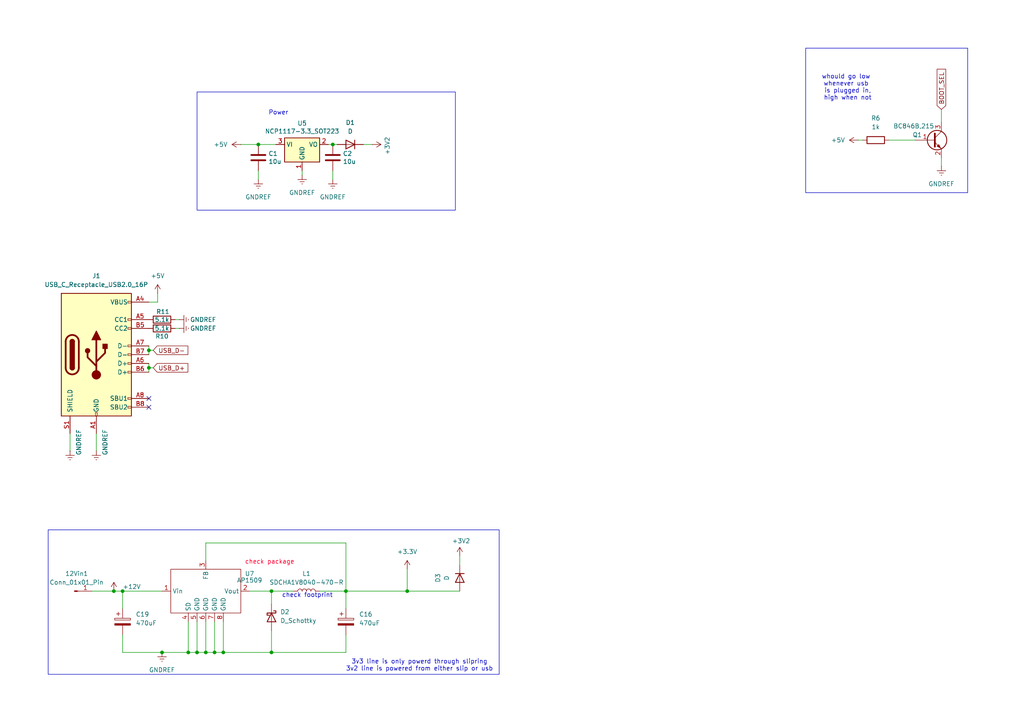
<source format=kicad_sch>
(kicad_sch (version 20231120) (generator "eeschema") (generator_version "8.0")
  (paper "A4")
  (lib_symbols
    (symbol "Connector:Conn_01x01_Pin" (pin_names (offset 1.016) hide)
      (property "Reference" "J" (at 0 2.54 0))
      (property "Value" "Conn_01x01_Pin" (at 0 -2.54 0))
      (symbol "Conn_01x01_Pin_1_1"
        (polyline (pts (xy 1.27 0) (xy 0.8636 0)) (stroke (width 0.1524)))
        (rectangle (start 0.8636 0.127) (end 0 -0.127) (stroke (width 0.1524)) (fill (type outline)))
        (pin passive line (at 5.08 0 180) (length 3.81) (name "Pin_1") (number "1"))
      )
    )
    (symbol "Connector:USB_C_Receptacle_USB2.0_16P" (pin_names (offset 1.016))
      (property "Reference" "J" (at 0 22.225 0))
      (property "Value" "USB_C_Receptacle_USB2.0_16P" (at 0 19.685 0))
      (symbol "USB_C_Receptacle_USB2.0_16P_0_0"
        (rectangle (start -0.254 -17.78) (end 0.254 -16.764))
        (rectangle (start 10.16 -14.986) (end 9.144 -15.494))
        (rectangle (start 10.16 -12.446) (end 9.144 -12.954))
        (rectangle (start 10.16 -4.826) (end 9.144 -5.334))
        (rectangle (start 10.16 -2.286) (end 9.144 -2.794))
        (rectangle (start 10.16 0.254) (end 9.144 -0.254))
        (rectangle (start 10.16 2.794) (end 9.144 2.286))
        (rectangle (start 10.16 7.874) (end 9.144 7.366))
        (rectangle (start 10.16 10.414) (end 9.144 9.906))
        (rectangle (start 10.16 15.494) (end 9.144 14.986))
      )
      (symbol "USB_C_Receptacle_USB2.0_16P_0_1"
        (rectangle (start -10.16 17.78) (end 10.16 -17.78) (stroke (width 0.254)) (fill (type background)))
        (arc (start -8.89 -3.81) (mid -6.985 -5.7067) (end -5.08 -3.81) (stroke (width 0.508)))
        (arc (start -7.62 -3.81) (mid -6.985 -4.4423) (end -6.35 -3.81) (stroke (width 0.254)))
        (arc (start -7.62 -3.81) (mid -6.985 -4.4423) (end -6.35 -3.81) (stroke (width 0.254)) (fill (type outline)))
        (rectangle (start -7.62 -3.81) (end -6.35 3.81) (stroke (width 0.254)) (fill (type outline)))
        (arc (start -6.35 3.81) (mid -6.985 4.4423) (end -7.62 3.81) (stroke (width 0.254)))
        (arc (start -6.35 3.81) (mid -6.985 4.4423) (end -7.62 3.81) (stroke (width 0.254)) (fill (type outline)))
        (arc (start -5.08 3.81) (mid -6.985 5.7067) (end -8.89 3.81) (stroke (width 0.508)))
        (circle (center -2.54 1.143) (radius 0.635) (stroke (width 0.254)) (fill (type outline)))
        (circle (center 0 -5.842) (radius 1.27) (fill (type outline)))
        (polyline (pts (xy -8.89 -3.81) (xy -8.89 3.81)) (stroke (width 0.508)))
        (polyline (pts (xy -5.08 3.81) (xy -5.08 -3.81)) (stroke (width 0.508)))
        (polyline (pts (xy 0 -5.842) (xy 0 4.318)) (stroke (width 0.508)))
        (polyline (pts (xy 0 -3.302) (xy -2.54 -0.762) (xy -2.54 0.508)) (stroke (width 0.508)))
        (polyline (pts (xy 0 -2.032) (xy 2.54 0.508) (xy 2.54 1.778)) (stroke (width 0.508)))
        (polyline (pts (xy -1.27 4.318) (xy 0 6.858) (xy 1.27 4.318) (xy -1.27 4.318)) (stroke (width 0.254)) (fill (type outline)))
        (rectangle (start 1.905 1.778) (end 3.175 3.048) (stroke (width 0.254)) (fill (type outline)))
      )
      (symbol "USB_C_Receptacle_USB2.0_16P_1_1"
        (pin passive line (at 0 -22.86 90) (length 5.08) (name "GND") (number "A1"))
        (pin passive line (at 0 -22.86 90) (length 5.08) hide (name "GND") (number "A12"))
        (pin passive line (at 15.24 15.24 180) (length 5.08) (name "VBUS") (number "A4"))
        (pin bidirectional line (at 15.24 10.16 180) (length 5.08) (name "CC1") (number "A5"))
        (pin bidirectional line (at 15.24 -2.54 180) (length 5.08) (name "D+") (number "A6"))
        (pin bidirectional line (at 15.24 2.54 180) (length 5.08) (name "D-") (number "A7"))
        (pin bidirectional line (at 15.24 -12.7 180) (length 5.08) (name "SBU1") (number "A8"))
        (pin passive line (at 15.24 15.24 180) (length 5.08) hide (name "VBUS") (number "A9"))
        (pin passive line (at 0 -22.86 90) (length 5.08) hide (name "GND") (number "B1"))
        (pin passive line (at 0 -22.86 90) (length 5.08) hide (name "GND") (number "B12"))
        (pin passive line (at 15.24 15.24 180) (length 5.08) hide (name "VBUS") (number "B4"))
        (pin bidirectional line (at 15.24 7.62 180) (length 5.08) (name "CC2") (number "B5"))
        (pin bidirectional line (at 15.24 -5.08 180) (length 5.08) (name "D+") (number "B6"))
        (pin bidirectional line (at 15.24 0 180) (length 5.08) (name "D-") (number "B7"))
        (pin bidirectional line (at 15.24 -15.24 180) (length 5.08) (name "SBU2") (number "B8"))
        (pin passive line (at 15.24 15.24 180) (length 5.08) hide (name "VBUS") (number "B9"))
        (pin passive line (at -7.62 -22.86 90) (length 5.08) (name "SHIELD") (number "S1"))
      )
    )
    (symbol "Device:C" (pin_numbers hide) (pin_names (offset 0.254))
      (property "Reference" "C" (at 0.635 2.54 0))
      (property "Value" "C" (at 0.635 -2.54 0))
      (symbol "C_0_1"
        (polyline (pts (xy -2.032 -0.762) (xy 2.032 -0.762)) (stroke (width 0.508)))
        (polyline (pts (xy -2.032 0.762) (xy 2.032 0.762)) (stroke (width 0.508)))
      )
      (symbol "C_1_1"
        (pin passive line (at 0 3.81 270) (length 2.794) (name "~") (number "1"))
        (pin passive line (at 0 -3.81 90) (length 2.794) (name "~") (number "2"))
      )
    )
    (symbol "Device:C_Polarized" (pin_numbers hide) (pin_names (offset 0.254))
      (property "Reference" "C" (at 0.635 2.54 0))
      (property "Value" "C_Polarized" (at 0.635 -2.54 0))
      (symbol "C_Polarized_0_1"
        (rectangle (start -2.286 0.508) (end 2.286 1.016))
        (polyline (pts (xy -1.778 2.286) (xy -0.762 2.286)))
        (polyline (pts (xy -1.27 2.794) (xy -1.27 1.778)))
        (rectangle (start 2.286 -0.508) (end -2.286 -1.016) (fill (type outline)))
      )
      (symbol "C_Polarized_1_1"
        (pin passive line (at 0 3.81 270) (length 2.794) (name "~") (number "1"))
        (pin passive line (at 0 -3.81 90) (length 2.794) (name "~") (number "2"))
      )
    )
    (symbol "Device:D" (pin_numbers hide) (pin_names (offset 1.016) hide)
      (property "Reference" "D" (at 0 2.54 0))
      (property "Value" "D" (at 0 -2.54 0))
      (symbol "D_0_1"
        (polyline (pts (xy -1.27 1.27) (xy -1.27 -1.27)) (stroke (width 0.254)))
        (polyline (pts (xy 1.27 0) (xy -1.27 0)))
        (polyline (pts (xy 1.27 1.27) (xy 1.27 -1.27) (xy -1.27 0) (xy 1.27 1.27)) (stroke (width 0.254)))
      )
      (symbol "D_1_1"
        (pin passive line (at -3.81 0 0) (length 2.54) (name "K") (number "1"))
        (pin passive line (at 3.81 0 180) (length 2.54) (name "A") (number "2"))
      )
    )
    (symbol "Device:D_Schottky" (pin_numbers hide) (pin_names (offset 1.016) hide)
      (property "Reference" "D" (at 0 2.54 0))
      (property "Value" "D_Schottky" (at 0 -2.54 0))
      (symbol "D_Schottky_0_1"
        (polyline (pts (xy 1.27 0) (xy -1.27 0)))
        (polyline (pts (xy 1.27 1.27) (xy 1.27 -1.27) (xy -1.27 0) (xy 1.27 1.27)) (stroke (width 0.254)))
        (polyline (pts (xy -1.905 0.635) (xy -1.905 1.27) (xy -1.27 1.27) (xy -1.27 -1.27) (xy -0.635 -1.27) (xy -0.635 -0.635)) (stroke (width 0.254)))
      )
      (symbol "D_Schottky_1_1"
        (pin passive line (at -3.81 0 0) (length 2.54) (name "K") (number "1"))
        (pin passive line (at 3.81 0 180) (length 2.54) (name "A") (number "2"))
      )
    )
    (symbol "Device:L" (pin_numbers hide) (pin_names (offset 1.016) hide)
      (property "Reference" "L" (at -1.27 0 90))
      (property "Value" "L" (at 1.905 0 90))
      (symbol "L_0_1"
        (arc (start 0 -2.54) (mid 0.6323 -1.905) (end 0 -1.27))
        (arc (start 0 -1.27) (mid 0.6323 -0.635) (end 0 0))
        (arc (start 0 0) (mid 0.6323 0.635) (end 0 1.27))
        (arc (start 0 1.27) (mid 0.6323 1.905) (end 0 2.54))
      )
      (symbol "L_1_1"
        (pin passive line (at 0 3.81 270) (length 1.27) (name "1") (number "1"))
        (pin passive line (at 0 -3.81 90) (length 1.27) (name "2") (number "2"))
      )
    )
    (symbol "Device:R" (pin_numbers hide) (pin_names (offset 0))
      (property "Reference" "R" (at 2.032 0 90))
      (property "Value" "R" (at 0 0 90))
      (symbol "R_0_1"
        (rectangle (start -1.016 -2.54) (end 1.016 2.54) (stroke (width 0.254)))
      )
      (symbol "R_1_1"
        (pin passive line (at 0 3.81 270) (length 1.27) (name "~") (number "1"))
        (pin passive line (at 0 -3.81 90) (length 1.27) (name "~") (number "2"))
      )
    )
    (symbol "Regulator_Linear:NCP1117-3.3_SOT223"
      (property "Reference" "U" (at -3.81 3.175 0))
      (property "Value" "NCP1117-3.3_SOT223" (at 0 3.175 0))
      (symbol "NCP1117-3.3_SOT223_0_1"
        (rectangle (start -5.08 -5.08) (end 5.08 1.905) (stroke (width 0.254)) (fill (type background)))
      )
      (symbol "NCP1117-3.3_SOT223_1_1"
        (pin power_in line (at 0 -7.62 90) (length 2.54) (name "GND") (number "1"))
        (pin power_out line (at 7.62 0 180) (length 2.54) (name "VO") (number "2"))
        (pin power_in line (at -7.62 0 0) (length 2.54) (name "VI") (number "3"))
      )
    )
    (symbol "Regulator_Switching:AP1509"
      (property "Reference" "U7" (at 22.86 -1.3014 0))
      (property "Value" "~" (at 22.86 -3.2065 0))
      (symbol "AP1509_0_1"
        (rectangle (start 0 0) (end 20.32 -12.7))
      )
      (symbol "AP1509_1_1"
        (pin power_in line (at -2.54 -6.35 0) (length 2.54) (name "Vin") (number "1"))
        (pin power_out line (at 22.86 -6.35 180) (length 2.54) (name "Vout") (number "2"))
        (pin input line (at 10.16 2.54 270) (length 2.54) (name "FB") (number "3"))
        (pin input line (at 5.08 -15.24 90) (length 2.54) (name "SD") (number "4"))
        (pin power_out line (at 7.62 -15.24 90) (length 2.54) (name "GND") (number "5"))
        (pin power_out line (at 10.16 -15.24 90) (length 2.54) (name "GND") (number "6"))
        (pin power_out line (at 12.7 -15.24 90) (length 2.54) (name "GND") (number "7"))
        (pin power_out line (at 15.24 -15.24 90) (length 2.54) (name "GND") (number "8"))
      )
    )
    (symbol "Transistor_BJT:2SC4213" (pin_names (offset 0) hide)
      (property "Reference" "Q" (at 5.08 1.905 0))
      (property "Value" "2SC4213" (at 5.08 0 0))
      (symbol "2SC4213_0_1"
        (polyline (pts (xy 0.635 0.635) (xy 2.54 2.54)))
        (polyline (pts (xy 0.635 -0.635) (xy 2.54 -2.54) (xy 2.54 -2.54)))
        (polyline (pts (xy 0.635 1.905) (xy 0.635 -1.905) (xy 0.635 -1.905)) (stroke (width 0.508)))
        (polyline (pts (xy 1.27 -1.778) (xy 1.778 -1.27) (xy 2.286 -2.286) (xy 1.27 -1.778) (xy 1.27 -1.778)) (fill (type outline)))
        (circle (center 1.27 0) (radius 2.8194) (stroke (width 0.254)))
      )
      (symbol "2SC4213_1_1"
        (pin input line (at -5.08 0 0) (length 5.715) (name "B") (number "1"))
        (pin passive line (at 2.54 -5.08 90) (length 2.54) (name "E") (number "2"))
        (pin passive line (at 2.54 5.08 270) (length 2.54) (name "C") (number "3"))
      )
    )
    (symbol "power:+12V" (power) (pin_numbers hide) (pin_names (offset 0) hide)
      (property "Value" "+12V" (at 0 3.556 0))
      (symbol "+12V_0_1"
        (polyline (pts (xy -0.762 1.27) (xy 0 2.54)))
        (polyline (pts (xy 0 0) (xy 0 2.54)))
        (polyline (pts (xy 0 2.54) (xy 0.762 1.27)))
      )
      (symbol "+12V_1_1"
        (pin power_in line (at 0 0 90) (length 0) (name "~") (number "1"))
      )
    )
    (symbol "power:+3.3V" (power) (pin_numbers hide) (pin_names (offset 0) hide)
      (property "Value" "+3.3V" (at 0 3.556 0))
      (symbol "+3.3V_0_1"
        (polyline (pts (xy -0.762 1.27) (xy 0 2.54)))
        (polyline (pts (xy 0 0) (xy 0 2.54)))
        (polyline (pts (xy 0 2.54) (xy 0.762 1.27)))
      )
      (symbol "+3.3V_1_1"
        (pin power_in line (at 0 0 90) (length 0) (name "~") (number "1"))
      )
    )
    (symbol "power:+3V3" (power) (pin_numbers hide) (pin_names (offset 0) hide)
      (property "Value" "+3V3" (at 0 3.556 0))
      (symbol "+3V3_0_1"
        (polyline (pts (xy -0.762 1.27) (xy 0 2.54)))
        (polyline (pts (xy 0 0) (xy 0 2.54)))
        (polyline (pts (xy 0 2.54) (xy 0.762 1.27)))
      )
      (symbol "+3V3_1_1"
        (pin power_in line (at 0 0 90) (length 0) (name "~") (number "1"))
      )
    )
    (symbol "power:+5V" (power) (pin_numbers hide) (pin_names (offset 0) hide)
      (property "Value" "+5V" (at 0 3.556 0))
      (symbol "+5V_0_1"
        (polyline (pts (xy -0.762 1.27) (xy 0 2.54)))
        (polyline (pts (xy 0 0) (xy 0 2.54)))
        (polyline (pts (xy 0 2.54) (xy 0.762 1.27)))
      )
      (symbol "+5V_1_1"
        (pin power_in line (at 0 0 90) (length 0) (name "~") (number "1"))
      )
    )
    (symbol "power:GNDREF" (power) (pin_numbers hide) (pin_names (offset 0) hide)
      (property "Value" "GNDREF" (at 0 -3.81 0))
      (symbol "GNDREF_0_1"
        (polyline (pts (xy -0.635 -1.905) (xy 0.635 -1.905)))
        (polyline (pts (xy -0.127 -2.54) (xy 0.127 -2.54)))
        (polyline (pts (xy 0 -1.27) (xy 0 0)))
        (polyline (pts (xy 1.27 -1.27) (xy -1.27 -1.27)))
      )
      (symbol "GNDREF_1_1"
        (pin power_in line (at 0 0 270) (length 0) (name "~") (number "1"))
      )
    )
  )
  (junction (at 43.18 106.68))
  (junction (at 64.77 189.23))
  (junction (at 46.99 189.23))
  (junction (at 96.52 41.91))
  (junction (at 74.93 41.91))
  (junction (at 118.11 171.45))
  (junction (at 78.74 171.45))
  (junction (at 33.02 171.45))
  (junction (at 59.69 189.23))
  (junction (at 54.61 189.23))
  (junction (at 57.15 189.23))
  (junction (at 100.33 171.45))
  (junction (at 78.74 189.23))
  (junction (at 43.18 101.6))
  (junction (at 62.23 189.23))
  (junction (at 35.56 171.45))
  (no_connect (at 43.18 115.57))
  (no_connect (at 43.18 118.11))
  (wire (pts (xy 96.52 49.53) (xy 96.52 52.07)))
  (wire (pts (xy 35.56 171.45) (xy 35.56 176.53)))
  (wire (pts (xy 35.56 189.23) (xy 46.99 189.23)))
  (wire (pts (xy 35.56 171.45) (xy 46.99 171.45)))
  (wire (pts (xy 100.33 184.15) (xy 100.33 189.23)))
  (wire (pts (xy 59.69 189.23) (xy 62.23 189.23)))
  (wire (pts (xy 50.8 92.71) (xy 52.07 92.71)))
  (wire (pts (xy 43.18 105.41) (xy 43.18 106.68)))
  (wire (pts (xy 107.95 41.91) (xy 105.41 41.91)))
  (wire (pts (xy 100.33 189.23) (xy 78.74 189.23)))
  (wire (pts (xy 78.74 171.45) (xy 78.74 175.26)))
  (wire (pts (xy 100.33 171.45) (xy 92.71 171.45)))
  (wire (pts (xy 54.61 189.23) (xy 57.15 189.23)))
  (wire (pts (xy 27.94 125.73) (xy 27.94 130.81)))
  (wire (pts (xy 33.02 171.45) (xy 35.56 171.45)))
  (wire (pts (xy 95.25 41.91) (xy 96.52 41.91)))
  (wire (pts (xy 43.18 100.33) (xy 43.18 101.6)))
  (wire (pts (xy 59.69 162.56) (xy 59.69 157.48)))
  (wire (pts (xy 69.85 41.91) (xy 74.93 41.91)))
  (wire (pts (xy 59.69 180.34) (xy 59.69 189.23)))
  (wire (pts (xy 78.74 171.45) (xy 85.09 171.45)))
  (wire (pts (xy 43.18 106.68) (xy 44.45 106.68)))
  (wire (pts (xy 78.74 182.88) (xy 78.74 189.23)))
  (wire (pts (xy 80.01 41.91) (xy 74.93 41.91)))
  (wire (pts (xy 100.33 176.53) (xy 100.33 171.45)))
  (wire (pts (xy 118.11 171.45) (xy 133.35 171.45)))
  (wire (pts (xy 35.56 184.15) (xy 35.56 189.23)))
  (wire (pts (xy 26.67 171.45) (xy 33.02 171.45)))
  (wire (pts (xy 87.63 49.53) (xy 87.63 50.8)))
  (wire (pts (xy 59.69 157.48) (xy 100.33 157.48)))
  (wire (pts (xy 78.74 189.23) (xy 64.77 189.23)))
  (wire (pts (xy 57.15 180.34) (xy 57.15 189.23)))
  (wire (pts (xy 43.18 101.6) (xy 44.45 101.6)))
  (wire (pts (xy 273.05 45.72) (xy 273.05 48.26)))
  (wire (pts (xy 273.05 35.56) (xy 273.05 31.75)))
  (wire (pts (xy 72.39 171.45) (xy 78.74 171.45)))
  (wire (pts (xy 62.23 189.23) (xy 64.77 189.23)))
  (wire (pts (xy 64.77 189.23) (xy 64.77 180.34)))
  (wire (pts (xy 20.32 125.73) (xy 20.32 130.81)))
  (wire (pts (xy 62.23 180.34) (xy 62.23 189.23)))
  (wire (pts (xy 54.61 180.34) (xy 54.61 189.23)))
  (wire (pts (xy 50.8 95.25) (xy 52.07 95.25)))
  (wire (pts (xy 100.33 157.48) (xy 100.33 171.45)))
  (wire (pts (xy 133.35 161.29) (xy 133.35 163.83)))
  (wire (pts (xy 74.93 49.53) (xy 74.93 52.07)))
  (wire (pts (xy 257.81 40.64) (xy 265.43 40.64)))
  (wire (pts (xy 96.52 41.91) (xy 97.79 41.91)))
  (wire (pts (xy 118.11 165.1) (xy 118.11 171.45)))
  (wire (pts (xy 248.92 40.64) (xy 250.19 40.64)))
  (wire (pts (xy 43.18 87.63) (xy 45.72 87.63)))
  (wire (pts (xy 46.99 189.23) (xy 54.61 189.23)))
  (wire (pts (xy 57.15 189.23) (xy 59.69 189.23)))
  (wire (pts (xy 43.18 101.6) (xy 43.18 102.87)))
  (wire (pts (xy 45.72 87.63) (xy 45.72 85.09)))
  (wire (pts (xy 43.18 106.68) (xy 43.18 107.95)))
  (wire (pts (xy 100.33 171.45) (xy 118.11 171.45)))
  (rectangle (start 233.68 13.97) (end 280.67 55.88))
  (rectangle (start 13.97 153.67) (end 144.78 195.58))
  (rectangle (start 57.15 26.67) (end 132.08 60.96))
  (text "whould go low \nwhenever usb \nis plugged in,\nhigh when not" (at 245.872 25.4 0) (effects (font (size 1.27 1.27))))
  (text "check package" (at 78.232 163.068 0) (effects (font (size 1.27 1.27))))
  (text "Power" (at 80.772 32.766 0) (effects (font (size 1.27 1.27))))
  (text "check footprint\n" (at 89.154 172.72 0) (effects (font (size 1.27 1.27))))
  (text "3v3 line is only powerd through slipring\n3v2 line is powered from either slip or usb" (at 121.666 193.04 0) (effects (font (size 1.27 1.27))))
  (global_label "USB_D+" (shape input) (at 44.45 106.68 0) (property "Intersheetrefs" "${INTERSHEET_REFS}" (effects (hide yes))))
  (global_label "BOOT_SEL" (shape input) (at 273.05 31.75 90) (property "Intersheetrefs" "${INTERSHEET_REFS}" (effects (hide yes))))
  (global_label "USB_D-" (shape input) (at 44.45 101.6 0) (property "Intersheetrefs" "${INTERSHEET_REFS}" (effects (hide yes))))
  (symbol (lib_id "Transistor_BJT:2SC4213") (at 270.51 40.64 0) (unit 1)
    (property "Reference" "Q1" (at 264.668 39.116 0) (effects (justify left)))
    (property "Value" "BC846B,215" (at 259.08 36.576 0) (effects (justify left)))
    (property "Footprint" "Package_TO_SOT_SMD:SOT-323_SC-70" (effects (hide yes)))
    (property "Datasheet" "https://toshiba.semicon-storage.com/info/docget.jsp?did=19305&prodName=2SC4213" (effects (hide yes)))
    (property "Description" "0.3A Ic, 20V Vce, NPN Transistor, For Muting and Switching, SOT-323" (effects (hide yes)))
    (property "MPN" "BC846B,215" (effects (hide yes)))
    (property "Manufacturer" "Nexperia " (effects (hide yes)))
    (property "LCSC PN" "C87062" (effects (hide yes)))
  )
  (symbol (lib_id "power:GNDREF") (at 52.07 95.25 90) (unit 1)
    (property "Reference" "#PWR045" (effects (hide yes)))
    (property "Value" "GNDREF" (at 55.118 95.25 90) (effects (justify right)))
    (property "Description" "Power symbol creates a global label with name \"GNDREF\" , reference supply ground" (effects (hide yes)))
  )
  (symbol (lib_id "Device:D") (at 133.35 167.64 270) (unit 1)
    (property "Reference" "D3" (at 127 167.64 0))
    (property "Value" "D" (at 129.54 167.64 0))
    (property "Footprint" "Diode_SMD:D_0402_1005Metric" (effects (hide yes)))
    (property "Description" "Diode" (effects (hide yes)))
    (property "Sim.Device" "D" (effects (hide yes)))
    (property "Sim.Pins" "1=K 2=A" (effects (hide yes)))
    (property "MPN" "LQW15AN12NH00D" (effects (hide yes)))
    (property "Manufacturer" " Murata Electronics" (effects (hide yes)))
    (property "LCSC PN" "C703125" (effects (hide yes)))
  )
  (symbol (lib_id "Device:D_Schottky") (at 78.74 179.07 270) (unit 1)
    (property "Reference" "D2" (at 81.28 177.4824 90) (effects (justify left)))
    (property "Value" "D_Schottky" (at 81.28 180.0224 90) (effects (justify left)))
    (property "Footprint" "Diode_SMD:D_0402_1005Metric" (effects (hide yes)))
    (property "Description" "Schottky diode 12v, 2A" (effects (hide yes)))
    (property "MPN" "TPNSR05F40NXT5G" (effects (hide yes)))
    (property "Manufacturer" " TECH PUBLIC" (effects (hide yes)))
    (property "LCSC PN" "C28642302" (effects (hide yes)))
  )
  (symbol (lib_id "power:+3V3") (at 107.95 41.91 270) (unit 1)
    (property "Reference" "#PWR019" (effects (hide yes)))
    (property "Value" "+3V2" (at 112.3442 42.291 0))
    (property "Description" "Power symbol creates a global label with name \"+3V3\"" (effects (hide yes)))
  )
  (symbol (lib_id "Device:C_Polarized") (at 35.56 180.34 0) (unit 1)
    (property "Reference" "C19" (at 39.37 178.1809 0) (effects (justify left)))
    (property "Value" "470uF" (at 39.37 180.7209 0) (effects (justify left)))
    (property "Footprint" "Capacitor_SMD:C_Elec_8x10.2" (effects (hide yes)))
    (property "Description" "Polarized capacitor" (effects (hide yes)))
    (property "MPN" "EEEFP1C471AP" (effects (hide yes)))
    (property "Manufacturer" " PANASONIC" (effects (hide yes)))
    (property "LCSC PN" "C343909" (effects (hide yes)))
  )
  (symbol (lib_id "power:+3.3V") (at 118.11 165.1 0) (unit 1)
    (property "Reference" "#PWR036" (effects (hide yes)))
    (property "Value" "+3.3V" (at 118.11 160.02 0))
    (property "Description" "Power symbol creates a global label with name \"+3.3V\"" (effects (hide yes)))
  )
  (symbol (lib_id "power:GNDREF") (at 87.63 50.8 0) (unit 1)
    (property "Reference" "#PWR042" (effects (hide yes)))
    (property "Value" "GNDREF" (at 87.63 55.88 0))
    (property "Description" "Power symbol creates a global label with name \"GNDREF\" , reference supply ground" (effects (hide yes)))
  )
  (symbol (lib_id "Device:R") (at 254 40.64 90) (unit 1)
    (property "Reference" "R6" (at 254 34.29 90))
    (property "Value" "1k" (at 254 36.83 90))
    (property "Footprint" "Resistor_SMD:R_0402_1005Metric" (effects (hide yes)))
    (property "Description" "Resistor" (effects (hide yes)))
    (property "MPN" "RTT02102JTH" (effects (hide yes)))
    (property "Manufacturer" " RALEC" (effects (hide yes)))
    (property "LCSC PN" "C102758" (effects (hide yes)))
  )
  (symbol (lib_id "power:+5V") (at 69.85 41.91 90) (unit 1)
    (property "Reference" "#PWR022" (effects (hide yes)))
    (property "Value" "+5V" (at 66.04 41.9099 90) (effects (justify left)))
    (property "Description" "Power symbol creates a global label with name \"+5V\"" (effects (hide yes)))
  )
  (symbol (lib_id "Device:R") (at 46.99 95.25 90) (unit 1)
    (property "Reference" "R10" (at 46.99 97.536 90))
    (property "Value" "5.1k" (at 46.99 95.25 90))
    (property "Footprint" "Resistor_SMD:R_0402_1005Metric" (effects (hide yes)))
    (property "Description" "Resistor" (effects (hide yes)))
    (property "Manufacturer" "VO" (effects (hide yes)))
    (property "MPN" "FCR0402F5K1" (effects (hide yes)))
    (property "LCSC PN" "C5913162" (effects (hide yes)))
  )
  (symbol (lib_id "power:+12V") (at 33.02 171.45 0) (unit 1)
    (property "Reference" "#PWR033" (effects (hide yes)))
    (property "Value" "+12V" (at 35.56 170.1799 0) (effects (justify left)))
    (property "Description" "Power symbol creates a global label with name \"+12V\"" (effects (hide yes)))
  )
  (symbol (lib_id "power:GNDREF") (at 96.52 52.07 0) (unit 1)
    (property "Reference" "#PWR043" (effects (hide yes)))
    (property "Value" "GNDREF" (at 96.52 57.15 0))
    (property "Description" "Power symbol creates a global label with name \"GNDREF\" , reference supply ground" (effects (hide yes)))
  )
  (symbol (lib_id "Connector:USB_C_Receptacle_USB2.0_16P") (at 27.94 102.87 0) (unit 1)
    (property "Reference" "J1" (at 27.94 80.01 0))
    (property "Value" "USB_C_Receptacle_USB2.0_16P" (at 27.94 82.55 0))
    (property "Footprint" "Connector_USB:USB_C_Receptacle_G-Switch_GT-USB-7010ASV" (effects (hide yes)))
    (property "Datasheet" "https://www.usb.org/sites/default/files/documents/usb_type-c.zip" (effects (hide yes)))
    (property "Description" "USB 2.0-only 16P Type-C Receptacle connector" (effects (hide yes)))
    (property "LCSC PN" "C2988369" (effects (hide yes)))
    (property "MPN" "GT-USB-7010ASV" (effects (hide yes)))
    (property "Manufacturer" "G-Switch" (effects (hide yes)))
  )
  (symbol (lib_id "power:GNDREF") (at 20.32 130.81 0) (unit 1)
    (property "Reference" "#PWR037" (effects (hide yes)))
    (property "Value" "GNDREF" (at 22.86 132.0799 90) (effects (justify left)))
    (property "Description" "Power symbol creates a global label with name \"GNDREF\" , reference supply ground" (effects (hide yes)))
  )
  (symbol (lib_id "Device:C_Polarized") (at 100.33 180.34 0) (unit 1)
    (property "Reference" "C16" (at 104.14 178.1809 0) (effects (justify left)))
    (property "Value" "470uF" (at 104.14 180.7209 0) (effects (justify left)))
    (property "Footprint" "Capacitor_SMD:C_Elec_8x10.2" (effects (hide yes)))
    (property "Description" "Polarized capacitor" (effects (hide yes)))
    (property "MPN" "EEEFP1C471AP" (effects (hide yes)))
    (property "Manufacturer" " PANASONIC" (effects (hide yes)))
    (property "LCSC PN" "C343909" (effects (hide yes)))
  )
  (symbol (lib_id "Regulator_Switching:AP1509") (at 49.53 165.1 0) (unit 1)
    (property "Reference" "U7" (at 72.39 166.4014 0))
    (property "Value" "AP1509" (at 72.39 168.3065 0))
    (property "Footprint" "Package_SO:SOP-8_5.28x5.23mm_P1.27mm" (effects (hide yes)))
    (property "Datasheet" "https://datasheet.octopart.com/AP1509-33SG-13-Diodes-Inc.-datasheet-8821892.pdf" (effects (hide yes)))
    (property "Description" "150KHz, 2A PWM BUCK DC/DC CONVERTER" (effects (hide yes)))
    (property "MPN" "AP1509-SG-13" (effects (hide yes)))
    (property "Manufacturer" " Diodes Incorporated " (effects (hide yes)))
    (property "LCSC PN" "C151822" (effects (hide yes)))
  )
  (symbol (lib_id "power:GNDREF") (at 52.07 92.71 90) (unit 1)
    (property "Reference" "#PWR062" (effects (hide yes)))
    (property "Value" "GNDREF" (at 55.118 92.71 90) (effects (justify right)))
    (property "Description" "Power symbol creates a global label with name \"GNDREF\" , reference supply ground" (effects (hide yes)))
  )
  (symbol (lib_id "Device:D") (at 101.6 41.91 180) (unit 1)
    (property "Reference" "D1" (at 101.6 35.56 0))
    (property "Value" "D" (at 101.6 38.1 0))
    (property "Footprint" "Diode_SMD:D_0402_1005Metric" (effects (hide yes)))
    (property "Description" "Diode" (effects (hide yes)))
    (property "Sim.Device" "D" (effects (hide yes)))
    (property "Sim.Pins" "1=K 2=A" (effects (hide yes)))
    (property "MPN" "LQW15AN12NH00D" (effects (hide yes)))
    (property "Manufacturer" " Murata Electronics" (effects (hide yes)))
    (property "LCSC PN" "C703125" (effects (hide yes)))
  )
  (symbol (lib_id "Connector:Conn_01x01_Pin") (at 21.59 171.45 0) (unit 1) (in_bom no)
    (property "Reference" "12Vin1" (at 22.225 166.37 0))
    (property "Value" "Conn_01x01_Pin" (at 22.225 168.91 0))
    (property "Footprint" "Connector_PinHeader_2.54mm:PinHeader_1x01_P2.54mm_Vertical" (effects (hide yes)))
    (property "Description" "Generic connector, single row, 01x01, script generated" (effects (hide yes)))
  )
  (symbol (lib_id "Device:C") (at 74.93 45.72 0) (unit 1)
    (property "Reference" "C1" (at 77.851 44.5516 0) (effects (justify left)))
    (property "Value" "10u" (at 77.851 46.863 0) (effects (justify left)))
    (property "Footprint" "Capacitor_SMD:C_0805_2012Metric" (effects (hide yes)))
    (property "Description" "Unpolarized capacitor" (effects (hide yes)))
    (property "MPN" "CL21A106KAYNNNE" (effects (hide yes)))
    (property "Manufacturer" " Samsung Electro-Mechanics " (effects (hide yes)))
    (property "LCSC PN" "C15850" (effects (hide yes)))
  )
  (symbol (lib_id "Regulator_Linear:NCP1117-3.3_SOT223") (at 87.63 41.91 0) (unit 1)
    (property "Reference" "U5" (at 87.63 35.7632 0))
    (property "Value" "NCP1117-3.3_SOT223" (at 87.63 38.0746 0))
    (property "Footprint" "Package_TO_SOT_SMD:SOT-223-3_TabPin2" (effects (hide yes)))
    (property "Datasheet" "http://www.onsemi.com/pub_link/Collateral/NCP1117-D.PDF" (effects (hide yes)))
    (property "Description" "1A Low drop-out regulator, Fixed Output 3.3V, SOT-223" (effects (hide yes)))
    (property "MPN" "NCP1117ST12T3G" (effects (hide yes)))
    (property "Manufacturer" " onsemi" (effects (hide yes)))
    (property "LCSC PN" "C98965" (effects (hide yes)))
  )
  (symbol (lib_id "power:+5V") (at 45.72 85.09 0) (unit 1)
    (property "Reference" "#PWR021" (effects (hide yes)))
    (property "Value" "+5V" (at 45.72 80.01 0))
    (property "Description" "Power symbol creates a global label with name \"+5V\"" (effects (hide yes)))
  )
  (symbol (lib_id "power:+3V3") (at 133.35 161.29 0) (unit 1)
    (property "Reference" "#PWR035" (effects (hide yes)))
    (property "Value" "+3V2" (at 133.731 156.8958 0))
    (property "Description" "Power symbol creates a global label with name \"+3V3\"" (effects (hide yes)))
  )
  (symbol (lib_id "Device:R") (at 46.99 92.71 270) (unit 1)
    (property "Reference" "R11" (at 47.244 90.424 90))
    (property "Value" "5.1k" (at 46.99 92.71 90))
    (property "Footprint" "Resistor_SMD:R_0402_1005Metric" (effects (hide yes)))
    (property "Description" "Resistor" (effects (hide yes)))
    (property "Manufacturer" "VO" (effects (hide yes)))
    (property "MPN" "FCR0402F5K1" (effects (hide yes)))
    (property "LCSC PN" "C5913162" (effects (hide yes)))
  )
  (symbol (lib_id "power:GNDREF") (at 74.93 52.07 0) (unit 1)
    (property "Reference" "#PWR041" (effects (hide yes)))
    (property "Value" "GNDREF" (at 74.93 57.15 0))
    (property "Description" "Power symbol creates a global label with name \"GNDREF\" , reference supply ground" (effects (hide yes)))
  )
  (symbol (lib_id "power:GNDREF") (at 273.05 48.26 0) (unit 1)
    (property "Reference" "#PWR05" (effects (hide yes)))
    (property "Value" "GNDREF" (at 273.05 53.34 0))
    (property "Description" "Power symbol creates a global label with name \"GNDREF\" , reference supply ground" (effects (hide yes)))
  )
  (symbol (lib_id "Device:L") (at 88.9 171.45 90) (unit 1)
    (property "Reference" "L1" (at 88.9 166.37 90))
    (property "Value" "SDCHA1V8040-470-R" (at 88.9 168.91 90))
    (property "Footprint" "Inductor_SMD:L_Coilcraft_XAL8080-XXX" (effects (hide yes)))
    (property "Datasheet" "https://www.eaton.com/content/dam/eaton/products/electronic-components/resources/data-sheet/eaton-sdcha1v80-automotive-semi-shielded-power-inductor-data-sheet-elx1097-en.pdf" (effects (hide yes)))
    (property "Description" "IND SMD POWER 47.0UH 2.0A" (effects (hide yes)))
    (property "MPN" "SDCHA1V8040-470-R" (effects (hide yes)))
    (property "Manufacturer" "  EATON " (effects (hide yes)))
    (property "LCSC PN" "C17221881" (effects (hide yes)))
  )
  (symbol (lib_id "power:+5V") (at 248.92 40.64 90) (unit 1)
    (property "Reference" "#PWR01" (effects (hide yes)))
    (property "Value" "+5V" (at 245.11 40.6399 90) (effects (justify left)))
    (property "Description" "Power symbol creates a global label with name \"+5V\"" (effects (hide yes)))
  )
  (symbol (lib_id "Device:C") (at 96.52 45.72 0) (unit 1)
    (property "Reference" "C2" (at 99.441 44.5516 0) (effects (justify left)))
    (property "Value" "10u" (at 99.441 46.863 0) (effects (justify left)))
    (property "Footprint" "Capacitor_SMD:C_0805_2012Metric" (effects (hide yes)))
    (property "Description" "Unpolarized capacitor" (effects (hide yes)))
    (property "MPN" "CL21A106KAYNNNE" (effects (hide yes)))
    (property "Manufacturer" " Samsung Electro-Mechanics " (effects (hide yes)))
    (property "LCSC PN" "C15850" (effects (hide yes)))
  )
  (symbol (lib_id "power:GNDREF") (at 27.94 130.81 0) (unit 1)
    (property "Reference" "#PWR063" (effects (hide yes)))
    (property "Value" "GNDREF" (at 30.48 132.0799 90) (effects (justify left)))
    (property "Description" "Power symbol creates a global label with name \"GNDREF\" , reference supply ground" (effects (hide yes)))
  )
  (symbol (lib_id "power:GNDREF") (at 46.99 189.23 0) (unit 1)
    (property "Reference" "#PWR034" (effects (hide yes)))
    (property "Value" "GNDREF" (at 46.99 194.31 0))
    (property "Description" "Power symbol creates a global label with name \"GNDREF\" , reference supply ground" (effects (hide yes)))
  )
)
</source>
